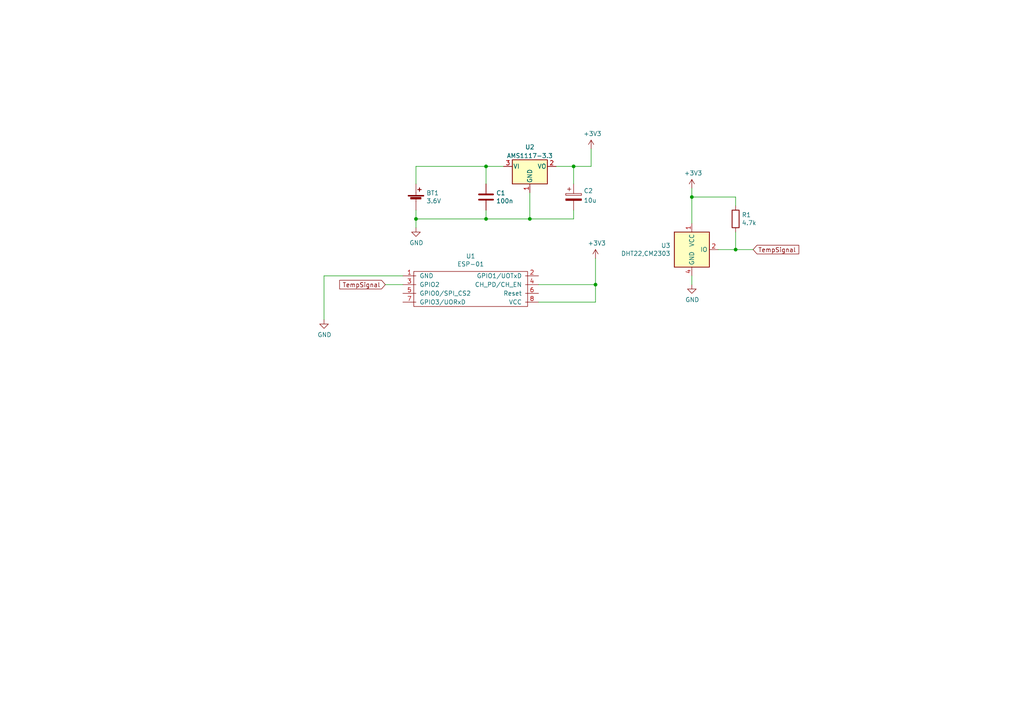
<source format=kicad_sch>
(kicad_sch (version 20211123) (generator eeschema)
  (paper "A4")
  (lib_symbols
    (symbol "Device:Battery_Cell" (pin_numbers hide) (pin_names (offset 0) hide)
      (property "Reference" "BT" (at 2.54 2.54 0))
      (property "Value" "Battery_Cell" (at 2.54 0 0))
      (symbol "Battery_Cell_0_1"
        (rectangle (start -2.286 1.778) (end 2.286 1.524) (fill (type outline)))
        (rectangle (start -1.5748 1.1938) (end 1.4732 0.6858) (fill (type outline)))
        (polyline (pts (xy 0 0.762) (xy 0 0)))
        (polyline (pts (xy 0 1.778) (xy 0 2.54)))
        (polyline (pts (xy 0.508 3.429) (xy 1.524 3.429)) (stroke (width 0.254)))
        (polyline (pts (xy 1.016 3.937) (xy 1.016 2.921)) (stroke (width 0.254)))
      )
      (symbol "Battery_Cell_1_1"
        (pin passive line (at 0 5.08 270) (length 2.54) (name "+") (number "1"))
        (pin passive line (at 0 -2.54 90) (length 2.54) (name "-") (number "2"))
      )
    )
    (symbol "Device:C" (pin_numbers hide) (pin_names (offset 0.254))
      (property "Reference" "C" (at 0.635 2.54 0))
      (property "Value" "C" (at 0.635 -2.54 0))
      (symbol "C_0_1"
        (polyline (pts (xy -2.032 -0.762) (xy 2.032 -0.762)) (stroke (width 0.508)))
        (polyline (pts (xy -2.032 0.762) (xy 2.032 0.762)) (stroke (width 0.508)))
      )
      (symbol "C_1_1"
        (pin passive line (at 0 3.81 270) (length 2.794) (name "~") (number "1"))
        (pin passive line (at 0 -3.81 90) (length 2.794) (name "~") (number "2"))
      )
    )
    (symbol "Device:C_Polarized" (pin_numbers hide) (pin_names (offset 0.254))
      (property "Reference" "C" (at 0.635 2.54 0))
      (property "Value" "C_Polarized" (at 0.635 -2.54 0))
      (symbol "C_Polarized_0_1"
        (rectangle (start -2.286 0.508) (end 2.286 1.016))
        (polyline (pts (xy -1.778 2.286) (xy -0.762 2.286)))
        (polyline (pts (xy -1.27 2.794) (xy -1.27 1.778)))
        (rectangle (start 2.286 -0.508) (end -2.286 -1.016) (fill (type outline)))
      )
      (symbol "C_Polarized_1_1"
        (pin passive line (at 0 3.81 270) (length 2.794) (name "~") (number "1"))
        (pin passive line (at 0 -3.81 90) (length 2.794) (name "~") (number "2"))
      )
    )
    (symbol "Device:R" (pin_numbers hide) (pin_names (offset 0))
      (property "Reference" "R" (at 2.032 0 90))
      (property "Value" "R" (at 0 0 90))
      (symbol "R_0_1"
        (rectangle (start -1.016 -2.54) (end 1.016 2.54) (stroke (width 0.254)))
      )
      (symbol "R_1_1"
        (pin passive line (at 0 3.81 270) (length 1.27) (name "~") (number "1"))
        (pin passive line (at 0 -3.81 90) (length 1.27) (name "~") (number "2"))
      )
    )
    (symbol "My_Arduino:ESP-01" (pin_names (offset 1.016))
      (property "Reference" "U" (at 5.08 2.54 0))
      (property "Value" "ESP-01" (at 9.525 -10.16 0))
      (symbol "ESP-01_0_1"
        (polyline (pts (xy 3.175 1.27) (xy 3.175 -8.89) (xy 36.195 -8.89) (xy 36.195 1.27) (xy 3.175 1.27)))
      )
      (symbol "ESP-01_1_1"
        (pin output line (at 0 0 0) (length 3.81) (name "GND") (number "1"))
        (pin power_in line (at 39.37 0 180) (length 3.81) (name "GPIO1/UOTxD") (number "2"))
        (pin input line (at 0 -2.54 0) (length 3.81) (name "GPIO2") (number "3"))
        (pin tri_state line (at 39.37 -2.54 180) (length 3.81) (name "CH_PD/CH_EN") (number "4"))
        (pin input line (at 0 -5.08 0) (length 3.81) (name "GPIO0/SPI_CS2") (number "5"))
        (pin tri_state line (at 39.37 -5.08 180) (length 3.81) (name "Reset") (number "6"))
        (pin power_in line (at 0 -7.62 0) (length 3.81) (name "GPIO3/UORxD") (number "7"))
        (pin input line (at 39.37 -7.62 180) (length 3.81) (name "VCC") (number "8"))
      )
    )
    (symbol "My_Parts:DHT22,CM2303"
      (property "Reference" "U" (at -3.81 6.35 0))
      (property "Value" "DHT22,CM2303" (at 7.62 6.35 0))
      (symbol "DHT22,CM2303_0_1"
        (rectangle (start -5.08 5.08) (end 5.08 -5.08) (stroke (width 0.254)) (fill (type background)))
      )
      (symbol "DHT22,CM2303_1_1"
        (pin power_in line (at 0 7.62 270) (length 2.54) (name "VCC") (number "1"))
        (pin bidirectional line (at 7.62 0 180) (length 2.54) (name "IO") (number "2"))
        (pin no_connect line (at -5.08 0 0) (length 2.54) hide (name "NC") (number "3"))
        (pin power_in line (at 0 -7.62 90) (length 2.54) (name "GND") (number "4"))
      )
    )
    (symbol "Regulator_Linear:AMS1117-3.3" (pin_names (offset 0.254))
      (property "Reference" "U" (at -3.81 3.175 0))
      (property "Value" "AMS1117-3.3" (at 0 3.175 0))
      (symbol "AMS1117-3.3_0_1"
        (rectangle (start -5.08 -5.08) (end 5.08 1.905) (stroke (width 0.254)) (fill (type background)))
      )
      (symbol "AMS1117-3.3_1_1"
        (pin power_in line (at 0 -7.62 90) (length 2.54) (name "GND") (number "1"))
        (pin power_out line (at 7.62 0 180) (length 2.54) (name "VO") (number "2"))
        (pin power_in line (at -7.62 0 0) (length 2.54) (name "VI") (number "3"))
      )
    )
    (symbol "power:+3.3V" (power) (pin_names (offset 0))
      (property "Value" "+3.3V" (at 0 3.556 0))
      (symbol "+3.3V_0_1"
        (polyline (pts (xy -0.762 1.27) (xy 0 2.54)))
        (polyline (pts (xy 0 0) (xy 0 2.54)))
        (polyline (pts (xy 0 2.54) (xy 0.762 1.27)))
      )
      (symbol "+3.3V_1_1"
        (pin power_in line (at 0 0 90) (length 0) hide (name "+3V3") (number "1"))
      )
    )
    (symbol "power:GND" (power) (pin_names (offset 0))
      (property "Value" "GND" (at 0 -3.81 0))
      (symbol "GND_0_1"
        (polyline (pts (xy 0 0) (xy 0 -1.27) (xy 1.27 -1.27) (xy 0 -2.54) (xy -1.27 -1.27) (xy 0 -1.27)))
      )
      (symbol "GND_1_1"
        (pin power_in line (at 0 0 270) (length 0) hide (name "GND") (number "1"))
      )
    )
  )
  (junction (at 120.65 63.5))
  (junction (at 140.97 63.5))
  (junction (at 172.72 82.55))
  (junction (at 140.97 48.26))
  (junction (at 213.36 72.39))
  (junction (at 153.67 63.5))
  (junction (at 166.37 48.26))
  (junction (at 200.66 57.15))
  (wire (pts (xy 171.45 48.26) (xy 171.45 43.18)))
  (wire (pts (xy 156.21 87.63) (xy 172.72 87.63)))
  (wire (pts (xy 120.65 48.26) (xy 140.97 48.26)))
  (wire (pts (xy 156.21 82.55) (xy 172.72 82.55)))
  (wire (pts (xy 172.72 74.93) (xy 172.72 82.55)))
  (wire (pts (xy 200.66 82.55) (xy 200.66 80.01)))
  (wire (pts (xy 153.67 55.88) (xy 153.67 63.5)))
  (wire (pts (xy 166.37 48.26) (xy 166.37 53.34)))
  (wire (pts (xy 153.67 63.5) (xy 166.37 63.5)))
  (wire (pts (xy 161.29 48.26) (xy 166.37 48.26)))
  (wire (pts (xy 166.37 63.5) (xy 166.37 60.96)))
  (wire (pts (xy 120.65 63.5) (xy 120.65 66.04)))
  (wire (pts (xy 93.98 80.01) (xy 116.84 80.01)))
  (wire (pts (xy 120.65 53.34) (xy 120.65 48.26)))
  (wire (pts (xy 140.97 63.5) (xy 153.67 63.5)))
  (wire (pts (xy 93.98 80.01) (xy 93.98 92.71)))
  (wire (pts (xy 172.72 82.55) (xy 172.72 87.63)))
  (wire (pts (xy 200.66 57.15) (xy 200.66 54.61)))
  (wire (pts (xy 140.97 60.96) (xy 140.97 63.5)))
  (wire (pts (xy 213.36 59.69) (xy 213.36 57.15)))
  (wire (pts (xy 166.37 48.26) (xy 171.45 48.26)))
  (wire (pts (xy 140.97 48.26) (xy 146.05 48.26)))
  (wire (pts (xy 218.44 72.39) (xy 213.36 72.39)))
  (wire (pts (xy 208.28 72.39) (xy 213.36 72.39)))
  (wire (pts (xy 213.36 72.39) (xy 213.36 67.31)))
  (wire (pts (xy 120.65 60.96) (xy 120.65 63.5)))
  (wire (pts (xy 140.97 53.34) (xy 140.97 48.26)))
  (wire (pts (xy 116.84 82.55) (xy 111.76 82.55)))
  (wire (pts (xy 200.66 64.77) (xy 200.66 57.15)))
  (wire (pts (xy 213.36 57.15) (xy 200.66 57.15)))
  (wire (pts (xy 120.65 63.5) (xy 140.97 63.5)))
  (global_label "TempSignal" (shape input) (at 218.44 72.39 0) (property "Intersheet References" "${INTERSHEET_REFS}" (effects hide)))
  (global_label "TempSignal" (shape input) (at 111.76 82.55 180) (property "Intersheet References" "${INTERSHEET_REFS}" (effects hide)))
  (symbol (lib_id "My_Arduino:ESP-01") (at 116.84 80.01 0) (unit 1)
    (property "Reference" "U1" (at 136.525 74.295 0))
    (property "Value" "ESP-01" (at 136.525 76.6064 0))
    (property "Footprint" "My_Arduino:ESP-01_w_pin_socket_large" (effects hide))
    (property "Datasheet" "http://l0l.org.uk/2014/12/esp8266-modules-hardware-guide-gotta-catch-em-all/" (effects hide))
  )
  (symbol (lib_id "Device:Battery_Cell") (at 120.65 58.42 0) (unit 1)
    (property "Reference" "BT1" (at 123.6472 55.9816 0) (effects (justify left)))
    (property "Value" "3.6V" (at 123.6472 58.293 0) (effects (justify left)))
    (property "Footprint" "My_Headers:2-pin_power_input_header_larger_pads" (effects hide))
  )
  (symbol (lib_id "Device:C") (at 140.97 57.15 0) (unit 1)
    (property "Reference" "C1" (at 143.891 55.9816 0) (effects (justify left)))
    (property "Value" "100n" (at 143.891 58.293 0) (effects (justify left)))
    (property "Footprint" "My_Misc:C_Disc_D3.0mm_W1.6mm_P2.50mm_larg" (effects hide))
  )
  (symbol (lib_id "power:GND") (at 120.65 66.04 0) (unit 1)
    (property "Reference" "#PWR0101" (effects hide))
    (property "Value" "GND" (at 120.777 70.4342 0))
  )
  (symbol (lib_id "power:+3.3V") (at 171.45 43.18 0) (unit 1)
    (property "Reference" "#PWR0102" (effects hide))
    (property "Value" "+3.3V" (at 171.831 38.7858 0))
  )
  (symbol (lib_id "power:+3.3V") (at 200.66 54.61 0) (unit 1)
    (property "Reference" "#PWR0103" (effects hide))
    (property "Value" "+3.3V" (at 201.041 50.2158 0))
  )
  (symbol (lib_id "power:GND") (at 200.66 82.55 0) (unit 1)
    (property "Reference" "#PWR0104" (effects hide))
    (property "Value" "GND" (at 200.787 86.9442 0))
  )
  (symbol (lib_id "Device:R") (at 213.36 63.5 0) (unit 1)
    (property "Reference" "R1" (at 215.138 62.3316 0) (effects (justify left)))
    (property "Value" "4.7k" (at 215.138 64.643 0) (effects (justify left)))
    (property "Footprint" "My_Misc:R_Axial_DIN0207_L6.3mm_D2.5mm_P10.16mm_Horizontal_larger_pads" (effects hide))
  )
  (symbol (lib_id "power:GND") (at 93.98 92.71 0) (unit 1)
    (property "Reference" "#PWR0105" (effects hide))
    (property "Value" "GND" (at 94.107 97.1042 0))
  )
  (symbol (lib_id "power:+3.3V") (at 172.72 74.93 0) (unit 1)
    (property "Reference" "#PWR0106" (effects hide))
    (property "Value" "+3.3V" (at 173.101 70.5358 0))
  )
  (symbol (lib_id "My_Parts:DHT22,CM2303") (at 200.66 72.39 0) (unit 1)
    (property "Reference" "U3" (at 194.4878 71.2216 0) (effects (justify right)))
    (property "Value" "DHT22,CM2303" (at 194.4878 73.533 0) (effects (justify right)))
    (property "Footprint" "My_Parts:DHT22,RHT03,CM2303_100mil_large" (effects hide))
    (property "Datasheet" "http://akizukidenshi.com/download/ds/aosong/DHT11.pdf" (effects hide))
  )
  (symbol (lib_id "Device:C_Polarized") (at 166.37 57.15 0) (unit 1)
    (property "Reference" "C2" (at 169.291 55.3525 0) (effects (justify left)))
    (property "Value" "10u" (at 169.291 58.1276 0) (effects (justify left)))
    (property "Footprint" "My_Misc:CP_Radial_D5.0mm_P2.00mm_larger" (effects hide))
  )
  (symbol (lib_id "Regulator_Linear:AMS1117-3.3") (at 153.67 48.26 0) (unit 1)
    (property "Reference" "U2" (at 153.67 42.6552 0))
    (property "Value" "AMS1117-3.3" (at 153.67 45.1921 0))
    (property "Footprint" "Package_TO_SOT_SMD:SOT-223-3_TabPin2" (effects hide))
    (property "Datasheet" "http://www.advanced-monolithic.com/pdf/ds1117.pdf" (effects hide))
  )
)
</source>
